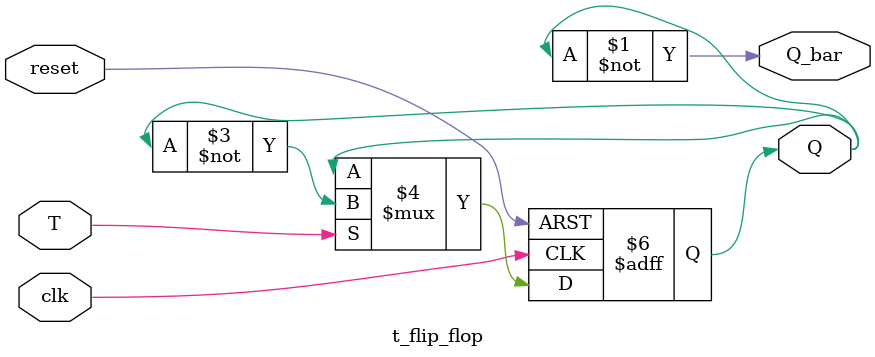
<source format=v>
`timescale 1ns / 1ps


module t_flip_flop(
    input T,
    input clk,
    input reset,
    output reg Q,
    output Q_bar
    );
    
    assign Q_bar = ~Q;
    
    always @(posedge clk or posedge reset) begin
        if(reset) begin
            Q <= 0;
        end else if (T) begin
            Q <= ~Q;
        end
    end
endmodule

</source>
